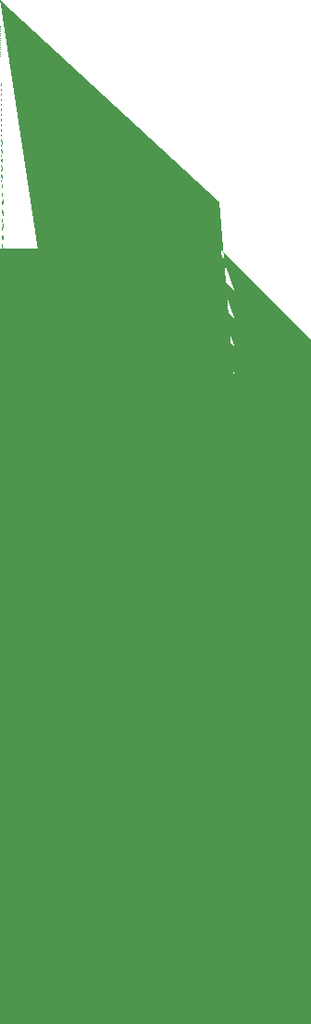
<source format=gtp>
G04 #@! TF.GenerationSoftware,KiCad,Pcbnew,8.0.7*
G04 #@! TF.CreationDate,2025-02-13T09:18:49+05:30*
G04 #@! TF.ProjectId,pico_ov7670_adapter,7069636f-5f6f-4763-9736-37305f616461,Ver 1.0*
G04 #@! TF.SameCoordinates,Original*
G04 #@! TF.FileFunction,Paste,Top*
G04 #@! TF.FilePolarity,Positive*
%FSLAX46Y46*%
G04 Gerber Fmt 4.6, Leading zero omitted, Abs format (unit mm)*
G04 Created by KiCad (PCBNEW 8.0.7) date 2025-02-13 09:18:49*
%MOMM*%
%LPD*%
G01*
G04 APERTURE LIST*
G04 Aperture macros list*
%AMRoundRect*
0 Rectangle with rounded corners*
0 $1 Rounding radius*
0 $2 $3 $4 $5 $6 $7 $8 $9 X,Y pos of 4 corners*
0 Add a 4 corners polygon primitive as box body*
4,1,4,$2,$3,$4,$5,$6,$7,$8,$9,$2,$3,0*
0 Add four circle primitives for the rounded corners*
1,1,$1+$1,$2,$3*
1,1,$1+$1,$4,$5*
1,1,$1+$1,$6,$7*
1,1,$1+$1,$8,$9*
0 Add four rect primitives between the rounded corners*
20,1,$1+$1,$2,$3,$4,$5,0*
20,1,$1+$1,$4,$5,$6,$7,0*
20,1,$1+$1,$6,$7,$8,$9,0*
20,1,$1+$1,$8,$9,$2,$3,0*%
%AMFreePoly0*
4,1,129,0.800119,0.804999,0.842119,0.803999,0.842356,0.803987,0.884356,0.800987,0.884724,0.800947,0.925724,0.794947,0.925841,0.794929,0.966841,0.787929,0.967185,0.787858,1.008185,0.777858,1.008437,0.777789,1.048437,0.765789,1.048652,0.765719,1.088652,0.751719,1.088940,0.751608,1.126940,0.735608,1.127140,0.735519,1.165140,0.717519,1.165378,0.717399,1.202378,0.697399,
1.202607,0.697266,1.238607,0.675266,1.238883,0.675085,1.272883,0.651085,1.273019,0.650985,1.306019,0.625985,1.306224,0.625821,1.338224,0.598821,1.338416,0.598651,1.369416,0.569651,1.369651,0.569416,1.398651,0.538416,1.398821,0.538224,1.425821,0.506224,1.425985,0.506019,1.450985,0.473019,1.451085,0.472883,1.475085,0.438883,1.475266,0.438607,1.497266,0.402607,
1.497399,0.402378,1.517399,0.365378,1.517519,0.365140,1.535519,0.327140,1.535608,0.326940,1.551608,0.288940,1.551719,0.288652,1.565719,0.248652,1.565789,0.248437,1.577789,0.208437,1.577858,0.208185,1.587858,0.167185,1.587929,0.166841,1.594929,0.125841,1.594947,0.125724,1.600947,0.084724,1.600987,0.084356,1.603987,0.042356,1.603999,0.042119,1.604999,0.000119,
1.604999,-0.000119,1.603999,-0.042119,1.603987,-0.042356,1.600987,-0.084356,1.600947,-0.084724,1.594947,-0.125724,1.594929,-0.125841,1.587929,-0.166841,1.587858,-0.167185,1.577858,-0.208185,1.577789,-0.208437,1.565789,-0.248437,1.565719,-0.248652,1.551719,-0.288652,1.551608,-0.288940,1.535608,-0.326940,1.535519,-0.327140,1.517519,-0.365140,1.517399,-0.365378,1.497399,-0.402378,
1.497266,-0.402607,1.475266,-0.438607,1.475085,-0.438883,1.451085,-0.472883,1.450985,-0.473019,1.425985,-0.506019,1.425821,-0.506224,1.398821,-0.538224,1.398651,-0.538416,1.369651,-0.569416,1.369416,-0.569651,1.338416,-0.598651,1.338224,-0.598821,1.306224,-0.625821,1.306019,-0.625985,1.273019,-0.650985,1.272883,-0.651085,1.238883,-0.675085,1.238607,-0.675266,1.202607,-0.697266,
1.202378,-0.697399,1.165378,-0.717399,1.165140,-0.717519,1.127140,-0.735519,1.126940,-0.735608,1.088940,-0.751608,1.088652,-0.751719,1.048652,-0.765719,1.048437,-0.765789,1.008437,-0.777789,1.008185,-0.777858,0.967185,-0.787858,0.966841,-0.787929,0.925841,-0.794929,0.925724,-0.794947,0.884724,-0.800947,0.884356,-0.800987,0.842356,-0.803987,0.842119,-0.803999,0.800119,-0.804999,
0.800000,-0.805000,-1.600000,-0.805000,-1.603536,-0.803536,-1.605000,-0.800000,-1.605000,0.800000,-1.603536,0.803536,-1.600000,0.805000,0.800000,0.805000,0.800119,0.804999,0.800119,0.804999,$1*%
G04 Aperture macros list end*
%ADD10RoundRect,0.200000X0.275000X-0.200000X0.275000X0.200000X-0.275000X0.200000X-0.275000X-0.200000X0*%
%ADD11RoundRect,0.200000X-0.275000X0.200000X-0.275000X-0.200000X0.275000X-0.200000X0.275000X0.200000X0*%
%ADD12RoundRect,0.225000X0.250000X-0.225000X0.250000X0.225000X-0.250000X0.225000X-0.250000X-0.225000X0*%
%ADD13FreePoly0,0.000000*%
%ADD14FreePoly0,180.000000*%
%ADD15O,1.100000X1.800000*%
%ADD16O,1.050000X1.450000*%
%ADD17R,1.574800X1.574800*%
%ADD18C,1.574800*%
%ADD19RoundRect,0.300000X-0.450000X-0.450000X0.450000X-0.450000X0.450000X0.450000X-0.450000X0.450000X0*%
G04 APERTURE END LIST*
D10*
X125200000Y-91425000D03*
X125200000Y-89775000D03*
X125200000Y-87625000D03*
X125200000Y-85975000D03*
D11*
X129400000Y-79175000D03*
X129400000Y-80825000D03*
D12*
X128000000Y-87575000D03*
X128000000Y-86025000D03*
D11*
X127400000Y-79175000D03*
X127400000Y-80825000D03*
D13*
X102810000Y-68000000D03*
X102810000Y-70540000D03*
X102810000Y-73080000D03*
X102810000Y-75620000D03*
X102810000Y-78160000D03*
X102810000Y-80700000D03*
X102810000Y-83240000D03*
X102810000Y-85780000D03*
X102810000Y-88320000D03*
X102810000Y-90860000D03*
X102810000Y-93400000D03*
X102810000Y-95940000D03*
X102810000Y-98480000D03*
X102810000Y-101020000D03*
X102810000Y-103560000D03*
X102810000Y-106100000D03*
X102810000Y-108640000D03*
X102810000Y-111180000D03*
X102810000Y-113720000D03*
X102810000Y-116260000D03*
D14*
X122190000Y-116260000D03*
X122190000Y-113720000D03*
X122190000Y-111180000D03*
X122190000Y-108640000D03*
X122190000Y-106100000D03*
X122190000Y-103560000D03*
X122190000Y-101020000D03*
X122190000Y-98480000D03*
X122190000Y-95940000D03*
X122190000Y-93400000D03*
X122190000Y-90860000D03*
X122190000Y-88320000D03*
X122190000Y-85780000D03*
X122190000Y-83240000D03*
X122190000Y-80700000D03*
X122190000Y-78160000D03*
X122190000Y-75620000D03*
X122190000Y-73080000D03*
X122190000Y-70540000D03*
X122190000Y-68000000D03*
D15*
X109775000Y-68130000D03*
X115225000Y-68130000D03*
D16*
X110075000Y-71160000D03*
X114925000Y-71160000D03*
D17*
X113084100Y-97830000D03*
D18*
X115624100Y-97830000D03*
X118164100Y-97830000D03*
D19*
X112500000Y-71130000D03*
X113500000Y-67830000D03*
X111500000Y-67830000D03*
X110000000Y-76130000D03*
X110000000Y-78630000D03*
X110000000Y-81130000D03*
M02*

</source>
